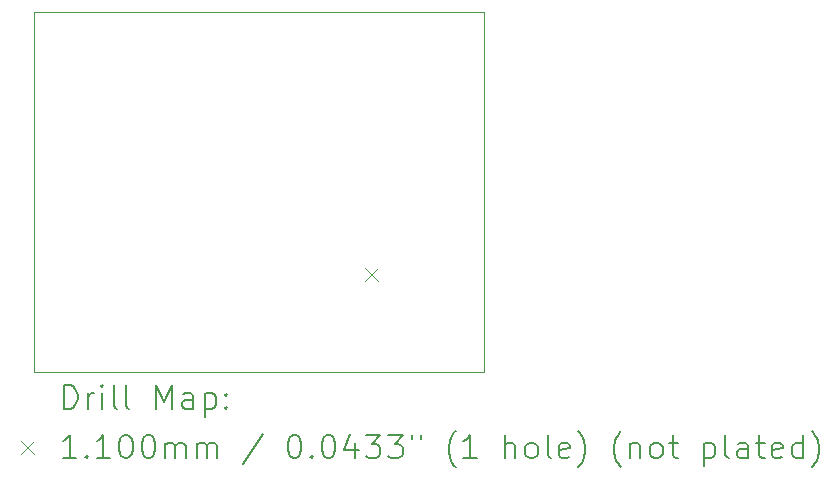
<source format=gbr>
%FSLAX45Y45*%
G04 Gerber Fmt 4.5, Leading zero omitted, Abs format (unit mm)*
G04 Created by KiCad (PCBNEW (6.0.4)) date 2022-04-21 21:49:42*
%MOMM*%
%LPD*%
G01*
G04 APERTURE LIST*
%TA.AperFunction,Profile*%
%ADD10C,0.100000*%
%TD*%
%ADD11C,0.200000*%
%ADD12C,0.110000*%
G04 APERTURE END LIST*
D10*
X12700000Y-9398000D02*
X12700000Y-6350000D01*
X12700000Y-6350000D02*
X16510000Y-6350000D01*
X16510000Y-6350000D02*
X16510000Y-9398000D01*
X16510000Y-9398000D02*
X12700000Y-9398000D01*
D11*
D12*
X15503500Y-8525500D02*
X15613500Y-8635500D01*
X15613500Y-8525500D02*
X15503500Y-8635500D01*
D11*
X12952619Y-9713476D02*
X12952619Y-9513476D01*
X13000238Y-9513476D01*
X13028809Y-9523000D01*
X13047857Y-9542048D01*
X13057381Y-9561095D01*
X13066905Y-9599190D01*
X13066905Y-9627762D01*
X13057381Y-9665857D01*
X13047857Y-9684905D01*
X13028809Y-9703952D01*
X13000238Y-9713476D01*
X12952619Y-9713476D01*
X13152619Y-9713476D02*
X13152619Y-9580143D01*
X13152619Y-9618238D02*
X13162143Y-9599190D01*
X13171667Y-9589667D01*
X13190714Y-9580143D01*
X13209762Y-9580143D01*
X13276428Y-9713476D02*
X13276428Y-9580143D01*
X13276428Y-9513476D02*
X13266905Y-9523000D01*
X13276428Y-9532524D01*
X13285952Y-9523000D01*
X13276428Y-9513476D01*
X13276428Y-9532524D01*
X13400238Y-9713476D02*
X13381190Y-9703952D01*
X13371667Y-9684905D01*
X13371667Y-9513476D01*
X13505000Y-9713476D02*
X13485952Y-9703952D01*
X13476428Y-9684905D01*
X13476428Y-9513476D01*
X13733571Y-9713476D02*
X13733571Y-9513476D01*
X13800238Y-9656333D01*
X13866905Y-9513476D01*
X13866905Y-9713476D01*
X14047857Y-9713476D02*
X14047857Y-9608714D01*
X14038333Y-9589667D01*
X14019286Y-9580143D01*
X13981190Y-9580143D01*
X13962143Y-9589667D01*
X14047857Y-9703952D02*
X14028809Y-9713476D01*
X13981190Y-9713476D01*
X13962143Y-9703952D01*
X13952619Y-9684905D01*
X13952619Y-9665857D01*
X13962143Y-9646810D01*
X13981190Y-9637286D01*
X14028809Y-9637286D01*
X14047857Y-9627762D01*
X14143095Y-9580143D02*
X14143095Y-9780143D01*
X14143095Y-9589667D02*
X14162143Y-9580143D01*
X14200238Y-9580143D01*
X14219286Y-9589667D01*
X14228809Y-9599190D01*
X14238333Y-9618238D01*
X14238333Y-9675381D01*
X14228809Y-9694429D01*
X14219286Y-9703952D01*
X14200238Y-9713476D01*
X14162143Y-9713476D01*
X14143095Y-9703952D01*
X14324048Y-9694429D02*
X14333571Y-9703952D01*
X14324048Y-9713476D01*
X14314524Y-9703952D01*
X14324048Y-9694429D01*
X14324048Y-9713476D01*
X14324048Y-9589667D02*
X14333571Y-9599190D01*
X14324048Y-9608714D01*
X14314524Y-9599190D01*
X14324048Y-9589667D01*
X14324048Y-9608714D01*
D12*
X12585000Y-9988000D02*
X12695000Y-10098000D01*
X12695000Y-9988000D02*
X12585000Y-10098000D01*
D11*
X13057381Y-10133476D02*
X12943095Y-10133476D01*
X13000238Y-10133476D02*
X13000238Y-9933476D01*
X12981190Y-9962048D01*
X12962143Y-9981095D01*
X12943095Y-9990619D01*
X13143095Y-10114429D02*
X13152619Y-10123952D01*
X13143095Y-10133476D01*
X13133571Y-10123952D01*
X13143095Y-10114429D01*
X13143095Y-10133476D01*
X13343095Y-10133476D02*
X13228809Y-10133476D01*
X13285952Y-10133476D02*
X13285952Y-9933476D01*
X13266905Y-9962048D01*
X13247857Y-9981095D01*
X13228809Y-9990619D01*
X13466905Y-9933476D02*
X13485952Y-9933476D01*
X13505000Y-9943000D01*
X13514524Y-9952524D01*
X13524048Y-9971571D01*
X13533571Y-10009667D01*
X13533571Y-10057286D01*
X13524048Y-10095381D01*
X13514524Y-10114429D01*
X13505000Y-10123952D01*
X13485952Y-10133476D01*
X13466905Y-10133476D01*
X13447857Y-10123952D01*
X13438333Y-10114429D01*
X13428809Y-10095381D01*
X13419286Y-10057286D01*
X13419286Y-10009667D01*
X13428809Y-9971571D01*
X13438333Y-9952524D01*
X13447857Y-9943000D01*
X13466905Y-9933476D01*
X13657381Y-9933476D02*
X13676428Y-9933476D01*
X13695476Y-9943000D01*
X13705000Y-9952524D01*
X13714524Y-9971571D01*
X13724048Y-10009667D01*
X13724048Y-10057286D01*
X13714524Y-10095381D01*
X13705000Y-10114429D01*
X13695476Y-10123952D01*
X13676428Y-10133476D01*
X13657381Y-10133476D01*
X13638333Y-10123952D01*
X13628809Y-10114429D01*
X13619286Y-10095381D01*
X13609762Y-10057286D01*
X13609762Y-10009667D01*
X13619286Y-9971571D01*
X13628809Y-9952524D01*
X13638333Y-9943000D01*
X13657381Y-9933476D01*
X13809762Y-10133476D02*
X13809762Y-10000143D01*
X13809762Y-10019190D02*
X13819286Y-10009667D01*
X13838333Y-10000143D01*
X13866905Y-10000143D01*
X13885952Y-10009667D01*
X13895476Y-10028714D01*
X13895476Y-10133476D01*
X13895476Y-10028714D02*
X13905000Y-10009667D01*
X13924048Y-10000143D01*
X13952619Y-10000143D01*
X13971667Y-10009667D01*
X13981190Y-10028714D01*
X13981190Y-10133476D01*
X14076428Y-10133476D02*
X14076428Y-10000143D01*
X14076428Y-10019190D02*
X14085952Y-10009667D01*
X14105000Y-10000143D01*
X14133571Y-10000143D01*
X14152619Y-10009667D01*
X14162143Y-10028714D01*
X14162143Y-10133476D01*
X14162143Y-10028714D02*
X14171667Y-10009667D01*
X14190714Y-10000143D01*
X14219286Y-10000143D01*
X14238333Y-10009667D01*
X14247857Y-10028714D01*
X14247857Y-10133476D01*
X14638333Y-9923952D02*
X14466905Y-10181095D01*
X14895476Y-9933476D02*
X14914524Y-9933476D01*
X14933571Y-9943000D01*
X14943095Y-9952524D01*
X14952619Y-9971571D01*
X14962143Y-10009667D01*
X14962143Y-10057286D01*
X14952619Y-10095381D01*
X14943095Y-10114429D01*
X14933571Y-10123952D01*
X14914524Y-10133476D01*
X14895476Y-10133476D01*
X14876428Y-10123952D01*
X14866905Y-10114429D01*
X14857381Y-10095381D01*
X14847857Y-10057286D01*
X14847857Y-10009667D01*
X14857381Y-9971571D01*
X14866905Y-9952524D01*
X14876428Y-9943000D01*
X14895476Y-9933476D01*
X15047857Y-10114429D02*
X15057381Y-10123952D01*
X15047857Y-10133476D01*
X15038333Y-10123952D01*
X15047857Y-10114429D01*
X15047857Y-10133476D01*
X15181190Y-9933476D02*
X15200238Y-9933476D01*
X15219286Y-9943000D01*
X15228809Y-9952524D01*
X15238333Y-9971571D01*
X15247857Y-10009667D01*
X15247857Y-10057286D01*
X15238333Y-10095381D01*
X15228809Y-10114429D01*
X15219286Y-10123952D01*
X15200238Y-10133476D01*
X15181190Y-10133476D01*
X15162143Y-10123952D01*
X15152619Y-10114429D01*
X15143095Y-10095381D01*
X15133571Y-10057286D01*
X15133571Y-10009667D01*
X15143095Y-9971571D01*
X15152619Y-9952524D01*
X15162143Y-9943000D01*
X15181190Y-9933476D01*
X15419286Y-10000143D02*
X15419286Y-10133476D01*
X15371667Y-9923952D02*
X15324048Y-10066810D01*
X15447857Y-10066810D01*
X15505000Y-9933476D02*
X15628809Y-9933476D01*
X15562143Y-10009667D01*
X15590714Y-10009667D01*
X15609762Y-10019190D01*
X15619286Y-10028714D01*
X15628809Y-10047762D01*
X15628809Y-10095381D01*
X15619286Y-10114429D01*
X15609762Y-10123952D01*
X15590714Y-10133476D01*
X15533571Y-10133476D01*
X15514524Y-10123952D01*
X15505000Y-10114429D01*
X15695476Y-9933476D02*
X15819286Y-9933476D01*
X15752619Y-10009667D01*
X15781190Y-10009667D01*
X15800238Y-10019190D01*
X15809762Y-10028714D01*
X15819286Y-10047762D01*
X15819286Y-10095381D01*
X15809762Y-10114429D01*
X15800238Y-10123952D01*
X15781190Y-10133476D01*
X15724048Y-10133476D01*
X15705000Y-10123952D01*
X15695476Y-10114429D01*
X15895476Y-9933476D02*
X15895476Y-9971571D01*
X15971667Y-9933476D02*
X15971667Y-9971571D01*
X16266905Y-10209667D02*
X16257381Y-10200143D01*
X16238333Y-10171571D01*
X16228809Y-10152524D01*
X16219286Y-10123952D01*
X16209762Y-10076333D01*
X16209762Y-10038238D01*
X16219286Y-9990619D01*
X16228809Y-9962048D01*
X16238333Y-9943000D01*
X16257381Y-9914429D01*
X16266905Y-9904905D01*
X16447857Y-10133476D02*
X16333571Y-10133476D01*
X16390714Y-10133476D02*
X16390714Y-9933476D01*
X16371667Y-9962048D01*
X16352619Y-9981095D01*
X16333571Y-9990619D01*
X16685952Y-10133476D02*
X16685952Y-9933476D01*
X16771667Y-10133476D02*
X16771667Y-10028714D01*
X16762143Y-10009667D01*
X16743095Y-10000143D01*
X16714524Y-10000143D01*
X16695476Y-10009667D01*
X16685952Y-10019190D01*
X16895476Y-10133476D02*
X16876429Y-10123952D01*
X16866905Y-10114429D01*
X16857381Y-10095381D01*
X16857381Y-10038238D01*
X16866905Y-10019190D01*
X16876429Y-10009667D01*
X16895476Y-10000143D01*
X16924048Y-10000143D01*
X16943095Y-10009667D01*
X16952619Y-10019190D01*
X16962143Y-10038238D01*
X16962143Y-10095381D01*
X16952619Y-10114429D01*
X16943095Y-10123952D01*
X16924048Y-10133476D01*
X16895476Y-10133476D01*
X17076429Y-10133476D02*
X17057381Y-10123952D01*
X17047857Y-10104905D01*
X17047857Y-9933476D01*
X17228810Y-10123952D02*
X17209762Y-10133476D01*
X17171667Y-10133476D01*
X17152619Y-10123952D01*
X17143095Y-10104905D01*
X17143095Y-10028714D01*
X17152619Y-10009667D01*
X17171667Y-10000143D01*
X17209762Y-10000143D01*
X17228810Y-10009667D01*
X17238333Y-10028714D01*
X17238333Y-10047762D01*
X17143095Y-10066810D01*
X17305000Y-10209667D02*
X17314524Y-10200143D01*
X17333571Y-10171571D01*
X17343095Y-10152524D01*
X17352619Y-10123952D01*
X17362143Y-10076333D01*
X17362143Y-10038238D01*
X17352619Y-9990619D01*
X17343095Y-9962048D01*
X17333571Y-9943000D01*
X17314524Y-9914429D01*
X17305000Y-9904905D01*
X17666905Y-10209667D02*
X17657381Y-10200143D01*
X17638333Y-10171571D01*
X17628810Y-10152524D01*
X17619286Y-10123952D01*
X17609762Y-10076333D01*
X17609762Y-10038238D01*
X17619286Y-9990619D01*
X17628810Y-9962048D01*
X17638333Y-9943000D01*
X17657381Y-9914429D01*
X17666905Y-9904905D01*
X17743095Y-10000143D02*
X17743095Y-10133476D01*
X17743095Y-10019190D02*
X17752619Y-10009667D01*
X17771667Y-10000143D01*
X17800238Y-10000143D01*
X17819286Y-10009667D01*
X17828810Y-10028714D01*
X17828810Y-10133476D01*
X17952619Y-10133476D02*
X17933571Y-10123952D01*
X17924048Y-10114429D01*
X17914524Y-10095381D01*
X17914524Y-10038238D01*
X17924048Y-10019190D01*
X17933571Y-10009667D01*
X17952619Y-10000143D01*
X17981190Y-10000143D01*
X18000238Y-10009667D01*
X18009762Y-10019190D01*
X18019286Y-10038238D01*
X18019286Y-10095381D01*
X18009762Y-10114429D01*
X18000238Y-10123952D01*
X17981190Y-10133476D01*
X17952619Y-10133476D01*
X18076429Y-10000143D02*
X18152619Y-10000143D01*
X18105000Y-9933476D02*
X18105000Y-10104905D01*
X18114524Y-10123952D01*
X18133571Y-10133476D01*
X18152619Y-10133476D01*
X18371667Y-10000143D02*
X18371667Y-10200143D01*
X18371667Y-10009667D02*
X18390714Y-10000143D01*
X18428810Y-10000143D01*
X18447857Y-10009667D01*
X18457381Y-10019190D01*
X18466905Y-10038238D01*
X18466905Y-10095381D01*
X18457381Y-10114429D01*
X18447857Y-10123952D01*
X18428810Y-10133476D01*
X18390714Y-10133476D01*
X18371667Y-10123952D01*
X18581190Y-10133476D02*
X18562143Y-10123952D01*
X18552619Y-10104905D01*
X18552619Y-9933476D01*
X18743095Y-10133476D02*
X18743095Y-10028714D01*
X18733571Y-10009667D01*
X18714524Y-10000143D01*
X18676429Y-10000143D01*
X18657381Y-10009667D01*
X18743095Y-10123952D02*
X18724048Y-10133476D01*
X18676429Y-10133476D01*
X18657381Y-10123952D01*
X18647857Y-10104905D01*
X18647857Y-10085857D01*
X18657381Y-10066810D01*
X18676429Y-10057286D01*
X18724048Y-10057286D01*
X18743095Y-10047762D01*
X18809762Y-10000143D02*
X18885952Y-10000143D01*
X18838333Y-9933476D02*
X18838333Y-10104905D01*
X18847857Y-10123952D01*
X18866905Y-10133476D01*
X18885952Y-10133476D01*
X19028810Y-10123952D02*
X19009762Y-10133476D01*
X18971667Y-10133476D01*
X18952619Y-10123952D01*
X18943095Y-10104905D01*
X18943095Y-10028714D01*
X18952619Y-10009667D01*
X18971667Y-10000143D01*
X19009762Y-10000143D01*
X19028810Y-10009667D01*
X19038333Y-10028714D01*
X19038333Y-10047762D01*
X18943095Y-10066810D01*
X19209762Y-10133476D02*
X19209762Y-9933476D01*
X19209762Y-10123952D02*
X19190714Y-10133476D01*
X19152619Y-10133476D01*
X19133571Y-10123952D01*
X19124048Y-10114429D01*
X19114524Y-10095381D01*
X19114524Y-10038238D01*
X19124048Y-10019190D01*
X19133571Y-10009667D01*
X19152619Y-10000143D01*
X19190714Y-10000143D01*
X19209762Y-10009667D01*
X19285952Y-10209667D02*
X19295476Y-10200143D01*
X19314524Y-10171571D01*
X19324048Y-10152524D01*
X19333571Y-10123952D01*
X19343095Y-10076333D01*
X19343095Y-10038238D01*
X19333571Y-9990619D01*
X19324048Y-9962048D01*
X19314524Y-9943000D01*
X19295476Y-9914429D01*
X19285952Y-9904905D01*
M02*

</source>
